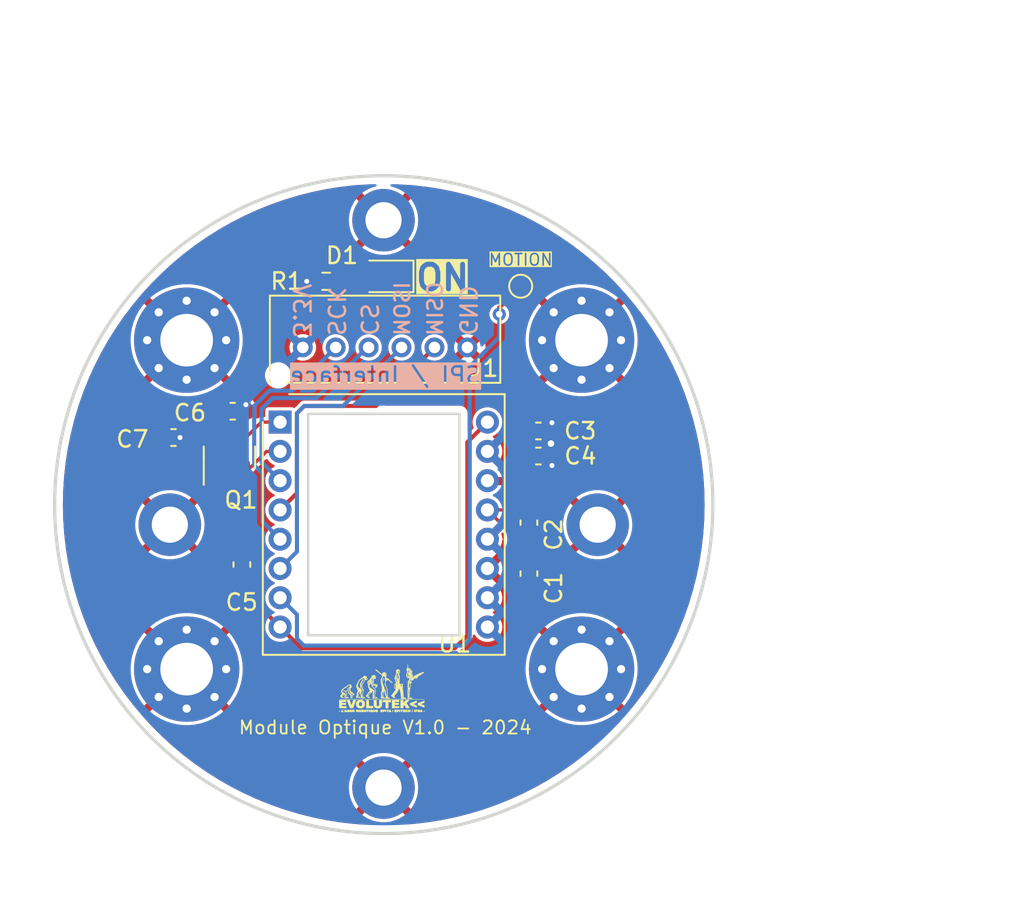
<source format=kicad_pcb>
(kicad_pcb (version 20221018) (generator pcbnew)
  (layers (0 "F.Cu" signal) (31 "B.Cu" signal) (34 "B.Paste" user) (35 "F.Paste" user) (36 "B.SilkS" user "B.Silkscreen") (37 "F.SilkS" user "F.Silkscreen") (38 "B.Mask" user) (39 "F.Mask" user) (44 "Edge.Cuts" user))
  (net 0 "")
  (net 1 "Net-(U1-REFA)")
  (net 2 "GND")
  (net 3 "+3V3")
  (net 4 "Net-(Q1-D)")
  (net 5 "Net-(U1--VCSEL)")
  (net 6 "/MISO")
  (net 7 "/MOSI")
  (net 8 "/CS")
  (net 9 "/SCK")
  (net 10 "Net-(Q1-G)")
  (net 11 "Net-(U1-~{MOTION})")
  (net 12 "Net-(D1-A)")
  (footprint "MountingHole:MountingHole_2.2mm_M2_DIN965_Pad" (layer "F.Cu") (at 103.078 72.5)
    (fp_text reference "H2" hide)
    (fp_text value "M2" hide)
    (pad "1" thru_hole circle (at 0 0) (size 3.8 3.8) (drill 2.2) (layers "*.Cu" "*.Mask") (net 2 "GND"))
  )
  (footprint "Resistor_SMD:R_0603_1608Metric" (layer "F.Cu") (at 112.575 57.7)
    (fp_text reference "R1" (at -2.3985 0) (layer "F.SilkS"))
    (fp_text value "510")
    (pad "1" smd roundrect (at -0.825 0) (size 0.8 0.95) (layers "F.Cu" "F.Paste" "F.Mask") (net 3 "+3V3"))
    (pad "2" smd roundrect (at 0.825 0) (size 0.8 0.95) (layers "F.Cu" "F.Paste" "F.Mask") (net 12 "Net-(D1-A)"))
  )
  (footprint "Capacitor_SMD:C_0603_1608Metric" (layer "F.Cu") (at 125.476 66.802 180)
    (fp_text reference "C3" (at -2.54 0) (layer "F.SilkS"))
    (fp_text value "100n")
    (pad "1" smd roundrect (at -0.775 0 180) (size 0.9 0.95) (layers "F.Cu" "F.Paste" "F.Mask") (net 3 "+3V3"))
    (pad "2" smd roundrect (at 0.775 0 180) (size 0.9 0.95) (layers "F.Cu" "F.Paste" "F.Mask") (net 2 "GND"))
  )
  (footprint "MountingHole:MountingHole_3.2mm_M3_Pad_Via" (layer "F.Cu") (at 104.1 81.282)
    (fp_text reference "REF**" hide)
    (fp_text value "MountingHole_3.2mm_M3_Pad_Via" hide)
    (pad "1" thru_hole circle (at -2.4 0) (size 0.8 0.8) (drill 0.5) (layers "*.Cu" "*.Mask"))
    (pad "1" thru_hole circle (at -1.697056 -1.697056) (size 0.8 0.8) (drill 0.5) (layers "*.Cu" "*.Mask"))
    (pad "1" thru_hole circle (at -1.697056 1.697056) (size 0.8 0.8) (drill 0.5) (layers "*.Cu" "*.Mask"))
    (pad "1" thru_hole circle (at 0 -2.4) (size 0.8 0.8) (drill 0.5) (layers "*.Cu" "*.Mask"))
    (pad "1" thru_hole circle (at 0 0) (size 6.4 6.4) (drill 3.2) (layers "*.Cu" "*.Mask") (net 2 "GND"))
    (pad "1" thru_hole circle (at 0 2.4) (size 0.8 0.8) (drill 0.5) (layers "*.Cu" "*.Mask"))
    (pad "1" thru_hole circle (at 1.697056 -1.697056) (size 0.8 0.8) (drill 0.5) (layers "*.Cu" "*.Mask"))
    (pad "1" thru_hole circle (at 1.697056 1.697056) (size 0.8 0.8) (drill 0.5) (layers "*.Cu" "*.Mask"))
    (pad "1" thru_hole circle (at 2.4 0) (size 0.8 0.8) (drill 0.5) (layers "*.Cu" "*.Mask"))
  )
  (footprint "Capacitor_SMD:C_0603_1608Metric" (layer "F.Cu") (at 106.9 65.6 180)
    (fp_text reference "C6" (at 2.6 -0.1 180) (layer "F.SilkS"))
    (fp_text value "100n")
    (pad "1" smd roundrect (at -0.775 0 180) (size 0.9 0.95) (layers "F.Cu" "F.Paste" "F.Mask") (net 3 "+3V3"))
    (pad "2" smd roundrect (at 0.775 0 180) (size 0.9 0.95) (layers "F.Cu" "F.Paste" "F.Mask") (net 2 "GND"))
  )
  (footprint "Package_TO_SOT_SMD:SOT-23" (layer "F.Cu") (at 106.7 68.4 90)
    (fp_text reference "Q1" (at -2.6 0.7 180) (layer "F.SilkS"))
    (fp_text value "PMOS")
    (pad "1" smd roundrect (at -0.9375 -0.95 90) (size 1.475 0.6) (layers "F.Cu" "F.Paste" "F.Mask") (net 4 "Net-(Q1-D)"))
    (pad "2" smd roundrect (at -0.9375 0.95 90) (size 1.475 0.6) (layers "F.Cu" "F.Paste" "F.Mask") (net 10 "Net-(Q1-G)"))
    (pad "3" smd roundrect (at 0.9375 0 90) (size 1.475 0.6) (layers "F.Cu" "F.Paste" "F.Mask") (net 3 "+3V3"))
  )
  (footprint "TestPoint:TestPoint_Pad_D1.0mm" (layer "F.Cu") (at 124.4 58)
    (fp_text reference "TP1" hide)
    (fp_text value "TestPoint" hide)
    (pad "1" smd circle (at 0 0) (size 1 1) (layers "F.Cu" "F.Mask") (net 11 "Net-(U1-~{MOTION})"))
  )
  (footprint "Capacitor_SMD:C_0603_1608Metric" (layer "F.Cu") (at 125.476 68.326 180)
    (fp_text reference "C4" (at -2.553 0) (layer "F.SilkS"))
    (fp_text value "3.3u")
    (pad "1" smd roundrect (at -0.775 0 180) (size 0.9 0.95) (layers "F.Cu" "F.Paste" "F.Mask") (net 3 "+3V3"))
    (pad "2" smd roundrect (at 0.775 0 180) (size 0.9 0.95) (layers "F.Cu" "F.Paste" "F.Mask") (net 2 "GND"))
  )
  (footprint "ComponentsEvo:logo-evo-micro" (layer "F.Cu") (at 116 82.4)
    (fp_text reference "LOGO1" hide)
    (fp_text value "TestPoint_Small" hide)
  )
  (footprint "MountingHole:MountingHole_3.2mm_M3_Pad_Via" (layer "F.Cu") (at 104.1 61.282)
    (fp_text reference "REF**" hide)
    (fp_text value "MountingHole_3.2mm_M3_Pad_Via" hide)
    (pad "1" thru_hole circle (at -2.4 0) (size 0.8 0.8) (drill 0.5) (layers "*.Cu" "*.Mask"))
    (pad "1" thru_hole circle (at -1.697056 -1.697056) (size 0.8 0.8) (drill 0.5) (layers "*.Cu" "*.Mask"))
    (pad "1" thru_hole circle (at -1.697056 1.697056) (size 0.8 0.8) (drill 0.5) (layers "*.Cu" "*.Mask"))
    (pad "1" thru_hole circle (at 0 -2.4) (size 0.8 0.8) (drill 0.5) (layers "*.Cu" "*.Mask"))
    (pad "1" thru_hole circle (at 0 0) (size 6.4 6.4) (drill 3.2) (layers "*.Cu" "*.Mask") (net 2 "GND"))
    (pad "1" thru_hole circle (at 0 2.4) (size 0.8 0.8) (drill 0.5) (layers "*.Cu" "*.Mask"))
    (pad "1" thru_hole circle (at 1.697056 -1.697056) (size 0.8 0.8) (drill 0.5) (layers "*.Cu" "*.Mask"))
    (pad "1" thru_hole circle (at 1.697056 1.697056) (size 0.8 0.8) (drill 0.5) (layers "*.Cu" "*.Mask"))
    (pad "1" thru_hole circle (at 2.4 0) (size 0.8 0.8) (drill 0.5) (layers "*.Cu" "*.Mask"))
  )
  (footprint "MountingHole:MountingHole_2.2mm_M2_DIN965_Pad" (layer "F.Cu") (at 116.064 53.987)
    (fp_text reference "Hr" hide)
    (fp_text value "M2" hide)
    (pad "1" thru_hole circle (at 0 0) (size 3.8 3.8) (drill 2.2) (layers "*.Cu" "*.Mask") (net 2 "GND"))
  )
  (footprint "ConnectorsEvo:B06B-PASK" (layer "F.Cu") (at 116.158 61.722 180)
    (fp_text reference "J1" (at -6.016 -1.27) (layer "F.SilkS"))
    (fp_text value "Conn_01x06" hide)
    (pad "" np_thru_hole circle (at 6.5 -1.7 180) (size 1.1 1.1) (drill 1.1) (layers "*.Cu" "*.Mask"))
    (pad "1" thru_hole circle (at 5 0 180) (size 1.208 1.208) (drill 0.7) (layers "*.Cu" "*.Mask") (net 3 "+3V3"))
    (pad "2" thru_hole circle (at 3 0 180) (size 1.208 1.208) (drill 0.7) (layers "*.Cu" "*.Mask") (net 9 "/SCK"))
    (pad "3" thru_hole circle (at 1 0 180) (size 1.208 1.208) (drill 0.7) (layers "*.Cu" "*.Mask") (net 8 "/CS"))
    (pad "4" thru_hole circle (at -1 0 180) (size 1.208 1.208) (drill 0.7) (layers "*.Cu" "*.Mask") (net 7 "/MOSI"))
    (pad "5" thru_hole circle (at -3 0 180) (size 1.208 1.208) (drill 0.7) (layers "*.Cu" "*.Mask") (net 6 "/MISO"))
    (pad "6" thru_hole circle (at -5 0 180) (size 1.208 1.208) (drill 0.7) (layers "*.Cu" "*.Mask") (net 2 "GND"))
  )
  (footprint "MountingHole:MountingHole_3.2mm_M3_Pad_Via" (layer "F.Cu") (at 128.1 61.282)
    (fp_text reference "REF**" hide)
    (fp_text value "MountingHole_3.2mm_M3_Pad_Via" hide)
    (pad "1" thru_hole circle (at -2.4 0) (size 0.8 0.8) (drill 0.5) (layers "*.Cu" "*.Mask"))
    (pad "1" thru_hole circle (at -1.697056 -1.697056) (size 0.8 0.8) (drill 0.5) (layers "*.Cu" "*.Mask"))
    (pad "1" thru_hole circle (at -1.697056 1.697056) (size 0.8 0.8) (drill 0.5) (layers "*.Cu" "*.Mask"))
    (pad "1" thru_hole circle (at 0 -2.4) (size 0.8 0.8) (drill 0.5) (layers "*.Cu" "*.Mask"))
    (pad "1" thru_hole circle (at 0 0) (size 6.4 6.4) (drill 3.2) (layers "*.Cu" "*.Mask") (net 2 "GND"))
    (pad "1" thru_hole circle (at 0 2.4) (size 0.8 0.8) (drill 0.5) (layers "*.Cu" "*.Mask"))
    (pad "1" thru_hole circle (at 1.697056 -1.697056) (size 0.8 0.8) (drill 0.5) (layers "*.Cu" "*.Mask"))
    (pad "1" thru_hole circle (at 1.697056 1.697056) (size 0.8 0.8) (drill 0.5) (layers "*.Cu" "*.Mask"))
    (pad "1" thru_hole circle (at 2.4 0) (size 0.8 0.8) (drill 0.5) (layers "*.Cu" "*.Mask"))
  )
  (footprint "MountingHole:MountingHole_2.2mm_M2_DIN965_Pad" (layer "F.Cu") (at 129.078 72.5)
    (fp_text reference "H1" hide)
    (fp_text value "M2" hide)
    (pad "1" thru_hole circle (at 0 0) (size 3.8 3.8) (drill 2.2) (layers "*.Cu" "*.Mask") (net 2 "GND"))
  )
  (footprint "OptoDevice:ADNS-9800" (layer "F.Cu") (at 109.778 66.262)
    (fp_text reference "U1" (at 10.618 13.494 180) (layer "F.SilkS"))
    (fp_text value "ADNS 9800" hide)
    (fp_line (start 1.7 -0.5) (end 10.9 -0.5) (stroke (width 0.15)) (layer "Edge.Cuts"))
    (fp_line (start 1.7 12.96) (end 1.7 -0.5) (stroke (width 0.15)) (layer "Edge.Cuts"))
    (fp_line (start 10.9 -0.5) (end 10.9 12.96) (stroke (width 0.15)) (layer "Edge.Cuts"))
    (fp_line (start 10.9 12.96) (end 1.7 12.96) (stroke (width 0.15)) (layer "Edge.Cuts"))
    (pad "1" thru_hole rect (at 0 0) (size 1.4 1.4) (drill 0.8) (layers "*.Cu" "*.Mask") (net 4 "Net-(Q1-D)"))
    (pad "2" thru_hole circle (at 0 1.78) (size 1.4 1.4) (drill 0.8) (layers "*.Cu" "*.Mask") (net 10 "Net-(Q1-G)"))
    (pad "3" thru_hole circle (at 0 3.56) (size 1.4 1.4) (drill 0.8) (layers "*.Cu" "*.Mask") (net 8 "/CS"))
    (pad "4" thru_hole circle (at 0 5.34) (size 1.4 1.4) (drill 0.8) (layers "*.Cu" "*.Mask") (net 6 "/MISO"))
    (pad "5" thru_hole circle (at 0 7.12) (size 1.4 1.4) (drill 0.8) (layers "*.Cu" "*.Mask") (net 9 "/SCK"))
    (pad "6" thru_hole circle (at 0 8.9) (size 1.4 1.4) (drill 0.8) (layers "*.Cu" "*.Mask") (net 7 "/MOSI"))
    (pad "7" thru_hole circle (at 0 10.68) (size 1.4 1.4) (drill 0.8) (layers "*.Cu" "*.Mask") (net 11 "Net-(U1-~{MOTION})"))
    (pad "8" thru_hole circle (at 0 12.46) (size 1.4 1.4) (drill 0.8) (layers "*.Cu" "*.Mask") (net 5 "Net-(U1--VCSEL)"))
    (pad "9" thru_hole circle (at 12.6 12.46) (size 1.4 1.4) (drill 0.8) (layers "*.Cu" "*.Mask") (net 3 "+3V3"))
    (pad "10" thru_hole circle (at 12.6 10.68) (size 1.4 1.4) (drill 0.8) (layers "*.Cu" "*.Mask") (net 3 "+3V3"))
    (pad "11" thru_hole circle (at 12.6 8.9) (size 1.4 1.4) (drill 0.8) (layers "*.Cu" "*.Mask") (net 2 "GND"))
    (pad "12" thru_hole circle (at 12.6 7.12) (size 1.4 1.4) (drill 0.8) (layers "*.Cu" "*.Mask") (net 3 "+3V3"))
    (pad "13" thru_hole circle (at 12.6 5.34) (size 1.4 1.4) (drill 0.8) (layers "*.Cu" "*.Mask") (net 1 "Net-(U1-REFA)"))
    (pad "14" thru_hole circle (at 12.6 3.56) (size 1.4 1.4) (drill 0.8) (layers "*.Cu" "*.Mask") (net 2 "GND"))
    (pad "15" thru_hole circle (at 12.6 1.78) (size 1.4 1.4) (drill 0.8) (layers "*.Cu" "*.Mask") (net 3 "+3V3"))
    (pad "16" thru_hole circle (at 12.6 0) (size 1.4 1.4) (drill 0.8) (layers "*.Cu" "*.Mask") (net 5 "Net-(U1--VCSEL)"))
  )
  (footprint "Capacitor_SMD:C_0603_1608Metric" (layer "F.Cu") (at 107.455 74.917 -90)
    (fp_text reference "C5" (at 2.299 0.013) (layer "F.SilkS"))
    (fp_text value "470p")
    (pad "1" smd roundrect (at -0.775 0 270) (size 0.9 0.95) (layers "F.Cu" "F.Paste" "F.Mask") (net 4 "Net-(Q1-D)"))
    (pad "2" smd roundrect (at 0.775 0 270) (size 0.9 0.95) (layers "F.Cu" "F.Paste" "F.Mask") (net 5 "Net-(U1--VCSEL)"))
  )
  (footprint "MountingHole:MountingHole_3.2mm_M3_Pad_Via" (layer "F.Cu") (at 128.1 81.282)
    (fp_text reference "REF**" hide)
    (fp_text value "MountingHole_3.2mm_M3_Pad_Via" hide)
    (pad "1" thru_hole circle (at -2.4 0) (size 0.8 0.8) (drill 0.5) (layers "*.Cu" "*.Mask"))
    (pad "1" thru_hole circle (at -1.697056 -1.697056) (size 0.8 0.8) (drill 0.5) (layers "*.Cu" "*.Mask"))
    (pad "1" thru_hole circle (at -1.697056 1.697056) (size 0.8 0.8) (drill 0.5) (layers "*.Cu" "*.Mask"))
    (pad "1" thru_hole circle (at 0 -2.4) (size 0.8 0.8) (drill 0.5) (layers "*.Cu" "*.Mask"))
    (pad "1" thru_hole circle (at 0 0) (size 6.4 6.4) (drill 3.2) (layers "*.Cu" "*.Mask") (net 2 "GND"))
    (pad "1" thru_hole circle (at 0 2.4) (size 0.8 0.8) (drill 0.5) (layers "*.Cu" "*.Mask"))
    (pad "1" thru_hole circle (at 1.697056 -1.697056) (size 0.8 0.8) (drill 0.5) (layers "*.Cu" "*.Mask"))
    (pad "1" thru_hole circle (at 1.697056 1.697056) (size 0.8 0.8) (drill 0.5) (layers "*.Cu" "*.Mask"))
    (pad "1" thru_hole circle (at 2.4 0) (size 0.8 0.8) (drill 0.5) (layers "*.Cu" "*.Mask"))
  )
  (footprint "Capacitor_SMD:C_0603_1608Metric" (layer "F.Cu") (at 124.9 72.375 -90)
    (fp_text reference "C2" (at 0.725 -1.5 90) (layer "F.SilkS"))
    (fp_text value "10u")
    (pad "1" smd roundrect (at -0.775 0 270) (size 0.9 0.95) (layers "F.Cu" "F.Paste" "F.Mask") (net 1 "Net-(U1-REFA)"))
    (pad "2" smd roundrect (at 0.775 0 270) (size 0.9 0.95) (layers "F.Cu" "F.Paste" "F.Mask") (net 2 "GND"))
  )
  (footprint "MountingHole:MountingHole_2.2mm_M2_DIN965_Pad" (layer "F.Cu") (at 116.064 88.487)
    (fp_text reference "Hr" hide)
    (fp_text value "M2" hide)
    (pad "1" thru_hole circle (at 0 0) (size 3.8 3.8) (drill 2.2) (layers "*.Cu" "*.Mask") (net 2 "GND"))
  )
  (footprint "Capacitor_SMD:C_0603_1608Metric" (layer "F.Cu") (at 124.9 75.475 -90)
    (fp_text reference "C1" (at 0.887 -1.5 90) (layer "F.SilkS"))
    (fp_text value "100n")
    (pad "1" smd roundrect (at -0.775 0 270) (size 0.9 0.95) (layers "F.Cu" "F.Paste" "F.Mask") (net 1 "Net-(U1-REFA)"))
    (pad "2" smd roundrect (at 0.775 0 270) (size 0.9 0.95) (layers "F.Cu" "F.Paste" "F.Mask") (net 2 "GND"))
  )
  (footprint "LED_SMD:LED_0805_2012Metric" (layer "F.Cu") (at 116.2 57.4 180)
    (fp_text reference "D1" (at 2.662 1.266) (layer "F.SilkS"))
    (fp_text value "LED" hide)
    (pad "1" smd roundrect (at -0.9375 0 180) (size 0.975 1.4) (layers "F.Cu" "F.Paste" "F.Mask") (net 2 "GND"))
    (pad "2" smd roundrect (at 0.9375 0 180) (size 0.975 1.4) (layers "F.Cu" "F.Paste" "F.Mask") (net 12 "Net-(D1-A)"))
  )
  (footprint "Capacitor_SMD:C_0603_1608Metric" (layer "F.Cu") (at 103.3 67.2 180)
    (fp_text reference "C7" (at 2.5 -0.1) (layer "F.SilkS"))
    (fp_text value "1u")
    (pad "1" smd roundrect (at -0.775 0 180) (size 0.9 0.95) (layers "F.Cu" "F.Paste" "F.Mask") (net 3 "+3V3"))
    (pad "2" smd roundrect (at 0.775 0 180) (size 0.9 0.95) (layers "F.Cu" "F.Paste" "F.Mask") (net 2 "GND"))
  )
  (gr_circle (center 116.078 71.28) (end 136.078 71.28) (stroke (width 0.2)) (fill none) (layer "Edge.Cuts"))
  (gr_text "MISO\n" (at 118.6 61.1 -90) (layer "B.SilkS") (effects (font (size 0.9 0.9)) (justify left bottom mirror)))
  (gr_text "CS\n" (at 114.6 61.1 -90) (layer "B.SilkS") (effects (font (size 1 1)) (justify left bottom mirror)))
  (gr_text "GND\n" (at 120.6 61.1 -90) (layer "B.SilkS") (effects (font (size 1 1)) (justify left bottom mirror)))
  (gr_text "SPI / Interface" (at 122.1 64) (layer "B.SilkS" knockout) (effects (font (size 1 1)) (justify left bottom mirror)))
  (gr_text "SCK\n" (at 112.6 61.1 -90) (layer "B.SilkS") (effects (font (size 1 1)) (justify left bottom mirror)))
  (gr_text "3.3V\n" (at 110.5 61.2 -90) (layer "B.SilkS") (effects (font (size 1 1)) (justify left bottom mirror)))
  (gr_text "MOSI\n" (at 116.6 61.1 -90) (layer "B.SilkS") (effects (font (size 0.9 0.9)) (justify left bottom mirror)))
  (gr_text "ON" (at 117.885 58.36) (layer "F.SilkS" knockout) (effects (font (size 1.5 1.5) (thickness 0.3) bold) (justify left bottom)))
  (gr_text "Module Optique V1.0 - 2024" (at 107.2 85.3) (layer "F.SilkS") (effects (font (size 0.8 0.8) (thickness 0.11)) (justify left bottom)))
  (gr_text "MOTION\n" (at 124.4 56.8) (layer "F.SilkS" knockout) (effects (font (size 0.7 0.7) (thickness 0.1)) (justify bottom)))
  (segment (start 123.725 72.949) (end 122.378 71.602) (width 0.2) (layer "F.Cu") (net 1))
  (segment (start 124.5 74.7) (end 123.725 73.925) (width 0.2) (layer "F.Cu") (net 1))
  (segment (start 124.5 71.6) (end 124.498 71.602) (width 0.2) (layer "F.Cu") (net 1))
  (segment (start 124.498 71.602) (end 122.378 71.602) (width 0.2) (layer "F.Cu") (net 1))
  (segment (start 123.725 73.925) (end 123.725 72.949) (width 0.2) (layer "F.Cu") (net 1))
  (segment (start 124.701 67.056) (end 124.701 65.799) (width 0.5) (layer "F.Cu") (net 2))
  (segment (start 122.406 69.85) (end 122.378 69.822) (width 0.5) (layer "F.Cu") (net 2))
  (segment (start 124.701 65.799) (end 124.714 65.786) (width 0.5) (layer "F.Cu") (net 2))
  (segment (start 124.701 68.58) (end 123.431 69.85) (width 0.5) (layer "F.Cu") (net 2))
  (segment (start 123.431 69.85) (end 122.406 69.85) (width 0.5) (layer "F.Cu") (net 2))
  (segment (start 124.701 68.58) (end 124.701 67.056) (width 0.5) (layer "F.Cu") (net 2))
  (segment (start 107.675 65.6) (end 107.675 66.4875) (width 0.2) (layer "F.Cu") (net 3))
  (segment (start 103.7 67.2) (end 106.4375 67.2) (width 0.2) (layer "F.Cu") (net 3))
  (segment (start 107.675 66.4875) (end 106.7 67.4625) (width 0.2) (layer "F.Cu") (net 3))
  (segment (start 126.238 67.564) (end 126.238 68.313) (width 0.25) (layer "F.Cu") (net 3))
  (segment (start 126.238 66.815) (end 126.251 66.802) (width 0.25) (layer "F.Cu") (net 3))
  (segment (start 126.238 68.313) (end 126.251 68.326) (width 0.25) (layer "F.Cu") (net 3))
  (segment (start 106.4375 67.2) (end 106.7 67.4625) (width 0.2) (layer "F.Cu") (net 3))
  (segment (start 126.238 67.564) (end 126.238 66.815) (width 0.25) (layer "F.Cu") (net 3))
  (segment (start 104.075 67.2) (end 103.7 67.2) (width 0.2) (layer "F.Cu") (net 3))
  (via (at 126.3 68.9) (size 0.6) (drill 0.3) (layers "F.Cu" "B.Cu") (net 3))
  (via (at 103.7 67.2) (size 0.6) (drill 0.3) (layers "F.Cu" "B.Cu") (net 3))
  (via (at 111.4 57.7) (size 0.6) (drill 0.3) (layers "F.Cu" "B.Cu") (net 3))
  (via (at 126.3 66.3) (size 0.6) (drill 0.3) (layers "F.Cu" "B.Cu") (net 3))
  (via (at 126.238 67.564) (size 0.8) (drill 0.4) (layers "F.Cu" "B.Cu") (net 3))
  (via (at 107.7 65.2) (size 0.6) (drill 0.3) (layers "F.Cu" "B.Cu") (net 3))
  (segment (start 107.455 72.055) (end 105.75 70.35) (width 0.2) (layer "F.Cu") (net 4))
  (segment (start 107.3 67.6) (end 108.638 66.262) (width 0.2) (layer "F.Cu") (net 4))
  (segment (start 105.75 69.3375) (end 105.9875 69.1) (width 0.2) (layer "F.Cu") (net 4))
  (segment (start 105.9875 69.1) (end 106.436396 69.1) (width 0.2) (layer "F.Cu") (net 4))
  (segment (start 107.455 74.142) (end 107.455 72.055) (width 0.2) (layer "F.Cu") (net 4))
  (segment (start 106.436396 69.1) (end 107.3 68.236396) (width 0.2) (layer "F.Cu") (net 4))
  (segment (start 107.3 68.236396) (end 107.3 67.6) (width 0.2) (layer "F.Cu") (net 4))
  (segment (start 108.638 66.262) (end 109.778 66.262) (width 0.2) (layer "F.Cu") (net 4))
  (segment (start 105.75 70.35) (end 105.75 69.3375) (width 0.2) (layer "F.Cu") (net 4))
  (segment (start 121.158 67.482) (end 122.378 66.262) (width 0.25) (layer "F.Cu") (net 5))
  (segment (start 107.455 75.692) (end 107.455 76.399) (width 0.25) (layer "F.Cu") (net 5))
  (segment (start 120.396 80.01) (end 121.158 79.248) (width 0.25) (layer "F.Cu") (net 5))
  (segment (start 121.158 79.248) (end 121.158 67.482) (width 0.25) (layer "F.Cu") (net 5))
  (segment (start 107.455 76.399) (end 109.778 78.722) (width 0.25) (layer "F.Cu") (net 5))
  (segment (start 109.778 78.722) (end 111.066 80.01) (width 0.25) (layer "F.Cu") (net 5))
  (segment (start 111.066 80.01) (end 120.396 80.01) (width 0.25) (layer "F.Cu") (net 5))
  (segment (start 115.602 65.278) (end 111.252 65.278) (width 0.25) (layer "F.Cu") (net 6))
  (segment (start 110.803 65.727) (end 110.803 70.577) (width 0.25) (layer "F.Cu") (net 6))
  (segment (start 119.158 61.722) (end 115.602 65.278) (width 0.25) (layer "F.Cu") (net 6))
  (segment (start 110.803 70.577) (end 109.778 71.602) (width 0.25) (layer "F.Cu") (net 6))
  (segment (start 111.252 65.278) (end 110.803 65.727) (width 0.25) (layer "F.Cu") (net 6))
  (segment (start 110.803 74.137) (end 109.778 75.162) (width 0.25) (layer "B.Cu") (net 7))
  (segment (start 110.803 65.727) (end 110.803 74.137) (width 0.25) (layer "B.Cu") (net 7))
  (segment (start 117.158 61.722) (end 113.602 65.278) (width 0.25) (layer "B.Cu") (net 7))
  (segment (start 111.252 65.278) (end 110.803 65.727) (width 0.25) (layer "B.Cu") (net 7))
  (segment (start 113.602 65.278) (end 111.252 65.278) (width 0.25) (layer "B.Cu") (net 7))
  (segment (start 111.987 64.797) (end 109.321396 64.797) (width 0.25) (layer "B.Cu") (net 8))
  (segment (start 108.654 68.698) (end 109.778 69.822) (width 0.25) (layer "B.Cu") (net 8))
  (segment (start 115.158 61.722) (end 115.062 61.722) (width 0.25) (layer "B.Cu") (net 8))
  (segment (start 108.654 65.464396) (end 108.654 68.698) (width 0.25) (layer "B.Cu") (net 8))
  (segment (start 115.062 61.722) (end 111.987 64.797) (width 0.25) (layer "B.Cu") (net 8))
  (segment (start 109.321396 64.797) (end 108.654 65.464396) (width 0.25) (layer "B.Cu") (net 8))
  (segment (start 109.135 64.347) (end 110.533 64.347) (width 0.25) (layer "B.Cu") (net 9))
  (segment (start 108.204 65.278) (end 109.135 64.347) (width 0.25) (layer "B.Cu") (net 9))
  (segment (start 108.712 72.316) (end 108.712 69.392396) (width 0.25) (layer "B.Cu") (net 9))
  (segment (start 108.712 69.392396) (end 108.204 68.884396) (width 0.25) (layer "B.Cu") (net 9))
  (segment (start 110.533 64.347) (end 113.158 61.722) (width 0.25) (layer "B.Cu") (net 9))
  (segment (start 108.204 68.884396) (end 108.204 65.278) (width 0.25) (layer "B.Cu") (net 9))
  (segment (start 109.778 73.382) (end 108.712 72.316) (width 0.25) (layer "B.Cu") (net 9))
  (segment (start 107.6625 69.3375) (end 108.958 68.042) (width 0.2) (layer "F.Cu") (net 10))
  (segment (start 108.958 68.042) (end 109.778 68.042) (width 0.2) (layer "F.Cu") (net 10))
  (segment (start 107.65 69.3375) (end 107.6625 69.3375) (width 0.2) (layer "F.Cu") (net 10))
  (segment (start 123.1 59.3) (end 124.4 58) (width 0.25) (layer "F.Cu") (net 11))
  (segment (start 123.1 59.7) (end 123.1 59.3) (width 0.25) (layer "F.Cu") (net 11))
  (via (at 123.1 59.7) (size 0.8) (drill 0.4) (layers "F.Cu" "B.Cu") (net 11))
  (segment (start 120.936883 79.847) (end 111.219117 79.847) (width 0.25) (layer "B.Cu") (net 11))
  (segment (start 121.303 62.890805) (end 121.303 79.480883) (width 0.25) (layer "B.Cu") (net 11))
  (segment (start 121.303 79.480883) (end 120.936883 79.847) (width 0.25) (layer "B.Cu") (net 11))
  (segment (start 110.803 77.967) (end 109.778 76.942) (width 0.25) (layer "B.Cu") (net 11))
  (segment (start 110.803 79.430883) (end 110.803 77.967) (width 0.25) (layer "B.Cu") (net 11))
  (segment (start 123.1 61.093805) (end 121.303 62.890805) (width 0.25) (layer "B.Cu") (net 11))
  (segment (start 123.1 59.7) (end 123.1 61.093805) (width 0.25) (layer "B.Cu") (net 11))
  (segment (start 111.219117 79.847) (end 110.803 79.430883) (width 0.25) (layer "B.Cu") (net 11))
  (segment (start 114.9625 57.7) (end 115.2625 57.4) (width 0.2) (layer "F.Cu") (net 12))
  (segment (start 113.4 57.7) (end 114.9625 57.7) (width 0.2) (layer "F.Cu") (net 12))
  (zone (net 2) (net_name "GND") (layer "F.Cu") (connect_pads (clearance 0.2)) (min_thickness 0.15) (fill yes (thermal_gap 0.5) (thermal_bridge_width 0.5))
    (polygon (pts (xy 92.756777 49.32782) (xy 139.544777 49.52782) (xy 139.944777 92.66182) (xy 93.156777 92.46182)))
  )
  (zone (net 0) (net_name "") (layer "F.Cu") (connect_pads (clearance 0)) (min_thickness 0.25)
    (keepout (tracks allowed) (vias allowed) (pads allowed) (copperpour not_allowed) (footprints allowed))
    (fill (thermal_gap 0.5) (thermal_bridge_width 0.5))
    (polygon (pts (xy 123.952 66.04) (xy 125.476 66.04) (xy 125.476 69.342) (xy 123.444 70.866) (xy 121.412 70.866) (xy 121.412 68.834) (xy 123.444 68.834) (xy 123.952 68.326)))
  )
  (zone (net 3) (net_name "+3V3") (layer "B.Cu") (connect_pads (clearance 0.2)) (min_thickness 0.15) (fill yes (thermal_gap 0.5) (thermal_bridge_width 0.5))
    (polygon (pts (xy 92.953603 49.564653) (xy 139.541603 49.864653) (xy 139.541603 92.998653) (xy 92.953603 92.698653)))
  )
)
</source>
